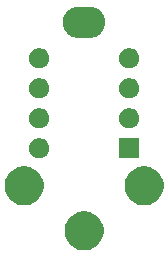
<source format=gbr>
G04 #@! TF.GenerationSoftware,KiCad,Pcbnew,(5.1.5)-3*
G04 #@! TF.CreationDate,2020-03-17T17:19:56+01:00*
G04 #@! TF.ProjectId,Capteur_Hall_I2C,43617074-6575-4725-9f48-616c6c5f4932,0.1*
G04 #@! TF.SameCoordinates,Original*
G04 #@! TF.FileFunction,Soldermask,Bot*
G04 #@! TF.FilePolarity,Negative*
%FSLAX46Y46*%
G04 Gerber Fmt 4.6, Leading zero omitted, Abs format (unit mm)*
G04 Created by KiCad (PCBNEW (5.1.5)-3) date 2020-03-17 17:19:56*
%MOMM*%
%LPD*%
G04 APERTURE LIST*
%ADD10C,0.100000*%
G04 APERTURE END LIST*
D10*
G36*
X152775256Y-110151298D02*
G01*
X152881579Y-110172447D01*
X153182042Y-110296903D01*
X153452451Y-110477585D01*
X153682415Y-110707549D01*
X153863097Y-110977958D01*
X153987553Y-111278421D01*
X154051000Y-111597391D01*
X154051000Y-111922609D01*
X153987553Y-112241579D01*
X153863097Y-112542042D01*
X153682415Y-112812451D01*
X153452451Y-113042415D01*
X153182042Y-113223097D01*
X152881579Y-113347553D01*
X152775256Y-113368702D01*
X152562611Y-113411000D01*
X152237389Y-113411000D01*
X152024744Y-113368702D01*
X151918421Y-113347553D01*
X151617958Y-113223097D01*
X151347549Y-113042415D01*
X151117585Y-112812451D01*
X150936903Y-112542042D01*
X150812447Y-112241579D01*
X150749000Y-111922609D01*
X150749000Y-111597391D01*
X150812447Y-111278421D01*
X150936903Y-110977958D01*
X151117585Y-110707549D01*
X151347549Y-110477585D01*
X151617958Y-110296903D01*
X151918421Y-110172447D01*
X152024744Y-110151298D01*
X152237389Y-110109000D01*
X152562611Y-110109000D01*
X152775256Y-110151298D01*
G37*
G36*
X157855256Y-106341298D02*
G01*
X157961579Y-106362447D01*
X158262042Y-106486903D01*
X158532451Y-106667585D01*
X158762415Y-106897549D01*
X158943097Y-107167958D01*
X159067553Y-107468421D01*
X159131000Y-107787391D01*
X159131000Y-108112609D01*
X159067553Y-108431579D01*
X158943097Y-108732042D01*
X158762415Y-109002451D01*
X158532451Y-109232415D01*
X158262042Y-109413097D01*
X157961579Y-109537553D01*
X157855256Y-109558702D01*
X157642611Y-109601000D01*
X157317389Y-109601000D01*
X157104744Y-109558702D01*
X156998421Y-109537553D01*
X156697958Y-109413097D01*
X156427549Y-109232415D01*
X156197585Y-109002451D01*
X156016903Y-108732042D01*
X155892447Y-108431579D01*
X155829000Y-108112609D01*
X155829000Y-107787391D01*
X155892447Y-107468421D01*
X156016903Y-107167958D01*
X156197585Y-106897549D01*
X156427549Y-106667585D01*
X156697958Y-106486903D01*
X156998421Y-106362447D01*
X157104744Y-106341298D01*
X157317389Y-106299000D01*
X157642611Y-106299000D01*
X157855256Y-106341298D01*
G37*
G36*
X147695256Y-106341298D02*
G01*
X147801579Y-106362447D01*
X148102042Y-106486903D01*
X148372451Y-106667585D01*
X148602415Y-106897549D01*
X148783097Y-107167958D01*
X148907553Y-107468421D01*
X148971000Y-107787391D01*
X148971000Y-108112609D01*
X148907553Y-108431579D01*
X148783097Y-108732042D01*
X148602415Y-109002451D01*
X148372451Y-109232415D01*
X148102042Y-109413097D01*
X147801579Y-109537553D01*
X147695256Y-109558702D01*
X147482611Y-109601000D01*
X147157389Y-109601000D01*
X146944744Y-109558702D01*
X146838421Y-109537553D01*
X146537958Y-109413097D01*
X146267549Y-109232415D01*
X146037585Y-109002451D01*
X145856903Y-108732042D01*
X145732447Y-108431579D01*
X145669000Y-108112609D01*
X145669000Y-107787391D01*
X145732447Y-107468421D01*
X145856903Y-107167958D01*
X146037585Y-106897549D01*
X146267549Y-106667585D01*
X146537958Y-106486903D01*
X146838421Y-106362447D01*
X146944744Y-106341298D01*
X147157389Y-106299000D01*
X147482611Y-106299000D01*
X147695256Y-106341298D01*
G37*
G36*
X148838228Y-103956703D02*
G01*
X148993100Y-104020853D01*
X149132481Y-104113985D01*
X149251015Y-104232519D01*
X149344147Y-104371900D01*
X149408297Y-104526772D01*
X149441000Y-104691184D01*
X149441000Y-104858816D01*
X149408297Y-105023228D01*
X149344147Y-105178100D01*
X149251015Y-105317481D01*
X149132481Y-105436015D01*
X148993100Y-105529147D01*
X148838228Y-105593297D01*
X148673816Y-105626000D01*
X148506184Y-105626000D01*
X148341772Y-105593297D01*
X148186900Y-105529147D01*
X148047519Y-105436015D01*
X147928985Y-105317481D01*
X147835853Y-105178100D01*
X147771703Y-105023228D01*
X147739000Y-104858816D01*
X147739000Y-104691184D01*
X147771703Y-104526772D01*
X147835853Y-104371900D01*
X147928985Y-104232519D01*
X148047519Y-104113985D01*
X148186900Y-104020853D01*
X148341772Y-103956703D01*
X148506184Y-103924000D01*
X148673816Y-103924000D01*
X148838228Y-103956703D01*
G37*
G36*
X157061000Y-105626000D02*
G01*
X155359000Y-105626000D01*
X155359000Y-103924000D01*
X157061000Y-103924000D01*
X157061000Y-105626000D01*
G37*
G36*
X148838228Y-101416703D02*
G01*
X148993100Y-101480853D01*
X149132481Y-101573985D01*
X149251015Y-101692519D01*
X149344147Y-101831900D01*
X149408297Y-101986772D01*
X149441000Y-102151184D01*
X149441000Y-102318816D01*
X149408297Y-102483228D01*
X149344147Y-102638100D01*
X149251015Y-102777481D01*
X149132481Y-102896015D01*
X148993100Y-102989147D01*
X148838228Y-103053297D01*
X148673816Y-103086000D01*
X148506184Y-103086000D01*
X148341772Y-103053297D01*
X148186900Y-102989147D01*
X148047519Y-102896015D01*
X147928985Y-102777481D01*
X147835853Y-102638100D01*
X147771703Y-102483228D01*
X147739000Y-102318816D01*
X147739000Y-102151184D01*
X147771703Y-101986772D01*
X147835853Y-101831900D01*
X147928985Y-101692519D01*
X148047519Y-101573985D01*
X148186900Y-101480853D01*
X148341772Y-101416703D01*
X148506184Y-101384000D01*
X148673816Y-101384000D01*
X148838228Y-101416703D01*
G37*
G36*
X156458228Y-101416703D02*
G01*
X156613100Y-101480853D01*
X156752481Y-101573985D01*
X156871015Y-101692519D01*
X156964147Y-101831900D01*
X157028297Y-101986772D01*
X157061000Y-102151184D01*
X157061000Y-102318816D01*
X157028297Y-102483228D01*
X156964147Y-102638100D01*
X156871015Y-102777481D01*
X156752481Y-102896015D01*
X156613100Y-102989147D01*
X156458228Y-103053297D01*
X156293816Y-103086000D01*
X156126184Y-103086000D01*
X155961772Y-103053297D01*
X155806900Y-102989147D01*
X155667519Y-102896015D01*
X155548985Y-102777481D01*
X155455853Y-102638100D01*
X155391703Y-102483228D01*
X155359000Y-102318816D01*
X155359000Y-102151184D01*
X155391703Y-101986772D01*
X155455853Y-101831900D01*
X155548985Y-101692519D01*
X155667519Y-101573985D01*
X155806900Y-101480853D01*
X155961772Y-101416703D01*
X156126184Y-101384000D01*
X156293816Y-101384000D01*
X156458228Y-101416703D01*
G37*
G36*
X148838228Y-98876703D02*
G01*
X148993100Y-98940853D01*
X149132481Y-99033985D01*
X149251015Y-99152519D01*
X149344147Y-99291900D01*
X149408297Y-99446772D01*
X149441000Y-99611184D01*
X149441000Y-99778816D01*
X149408297Y-99943228D01*
X149344147Y-100098100D01*
X149251015Y-100237481D01*
X149132481Y-100356015D01*
X148993100Y-100449147D01*
X148838228Y-100513297D01*
X148673816Y-100546000D01*
X148506184Y-100546000D01*
X148341772Y-100513297D01*
X148186900Y-100449147D01*
X148047519Y-100356015D01*
X147928985Y-100237481D01*
X147835853Y-100098100D01*
X147771703Y-99943228D01*
X147739000Y-99778816D01*
X147739000Y-99611184D01*
X147771703Y-99446772D01*
X147835853Y-99291900D01*
X147928985Y-99152519D01*
X148047519Y-99033985D01*
X148186900Y-98940853D01*
X148341772Y-98876703D01*
X148506184Y-98844000D01*
X148673816Y-98844000D01*
X148838228Y-98876703D01*
G37*
G36*
X156458228Y-98876703D02*
G01*
X156613100Y-98940853D01*
X156752481Y-99033985D01*
X156871015Y-99152519D01*
X156964147Y-99291900D01*
X157028297Y-99446772D01*
X157061000Y-99611184D01*
X157061000Y-99778816D01*
X157028297Y-99943228D01*
X156964147Y-100098100D01*
X156871015Y-100237481D01*
X156752481Y-100356015D01*
X156613100Y-100449147D01*
X156458228Y-100513297D01*
X156293816Y-100546000D01*
X156126184Y-100546000D01*
X155961772Y-100513297D01*
X155806900Y-100449147D01*
X155667519Y-100356015D01*
X155548985Y-100237481D01*
X155455853Y-100098100D01*
X155391703Y-99943228D01*
X155359000Y-99778816D01*
X155359000Y-99611184D01*
X155391703Y-99446772D01*
X155455853Y-99291900D01*
X155548985Y-99152519D01*
X155667519Y-99033985D01*
X155806900Y-98940853D01*
X155961772Y-98876703D01*
X156126184Y-98844000D01*
X156293816Y-98844000D01*
X156458228Y-98876703D01*
G37*
G36*
X148838228Y-96336703D02*
G01*
X148993100Y-96400853D01*
X149132481Y-96493985D01*
X149251015Y-96612519D01*
X149344147Y-96751900D01*
X149408297Y-96906772D01*
X149441000Y-97071184D01*
X149441000Y-97238816D01*
X149408297Y-97403228D01*
X149344147Y-97558100D01*
X149251015Y-97697481D01*
X149132481Y-97816015D01*
X148993100Y-97909147D01*
X148838228Y-97973297D01*
X148673816Y-98006000D01*
X148506184Y-98006000D01*
X148341772Y-97973297D01*
X148186900Y-97909147D01*
X148047519Y-97816015D01*
X147928985Y-97697481D01*
X147835853Y-97558100D01*
X147771703Y-97403228D01*
X147739000Y-97238816D01*
X147739000Y-97071184D01*
X147771703Y-96906772D01*
X147835853Y-96751900D01*
X147928985Y-96612519D01*
X148047519Y-96493985D01*
X148186900Y-96400853D01*
X148341772Y-96336703D01*
X148506184Y-96304000D01*
X148673816Y-96304000D01*
X148838228Y-96336703D01*
G37*
G36*
X156458228Y-96336703D02*
G01*
X156613100Y-96400853D01*
X156752481Y-96493985D01*
X156871015Y-96612519D01*
X156964147Y-96751900D01*
X157028297Y-96906772D01*
X157061000Y-97071184D01*
X157061000Y-97238816D01*
X157028297Y-97403228D01*
X156964147Y-97558100D01*
X156871015Y-97697481D01*
X156752481Y-97816015D01*
X156613100Y-97909147D01*
X156458228Y-97973297D01*
X156293816Y-98006000D01*
X156126184Y-98006000D01*
X155961772Y-97973297D01*
X155806900Y-97909147D01*
X155667519Y-97816015D01*
X155548985Y-97697481D01*
X155455853Y-97558100D01*
X155391703Y-97403228D01*
X155359000Y-97238816D01*
X155359000Y-97071184D01*
X155391703Y-96906772D01*
X155455853Y-96751900D01*
X155548985Y-96612519D01*
X155667519Y-96493985D01*
X155806900Y-96400853D01*
X155961772Y-96336703D01*
X156126184Y-96304000D01*
X156293816Y-96304000D01*
X156458228Y-96336703D01*
G37*
G36*
X153059473Y-92815413D02*
G01*
X153155040Y-92824825D01*
X153400280Y-92899218D01*
X153626294Y-93020025D01*
X153677899Y-93062376D01*
X153824397Y-93182603D01*
X153944624Y-93329101D01*
X153986975Y-93380706D01*
X154107782Y-93606720D01*
X154182175Y-93851960D01*
X154207294Y-94107000D01*
X154182175Y-94362040D01*
X154107782Y-94607280D01*
X153986975Y-94833294D01*
X153944624Y-94884899D01*
X153824397Y-95031397D01*
X153677899Y-95151624D01*
X153626294Y-95193975D01*
X153400280Y-95314782D01*
X153155040Y-95389175D01*
X153059473Y-95398587D01*
X152963906Y-95408000D01*
X151836094Y-95408000D01*
X151740527Y-95398587D01*
X151644960Y-95389175D01*
X151399720Y-95314782D01*
X151173706Y-95193975D01*
X151122101Y-95151624D01*
X150975603Y-95031397D01*
X150855376Y-94884899D01*
X150813025Y-94833294D01*
X150692218Y-94607280D01*
X150617825Y-94362040D01*
X150592706Y-94107000D01*
X150617825Y-93851960D01*
X150692218Y-93606720D01*
X150813025Y-93380706D01*
X150855376Y-93329101D01*
X150975603Y-93182603D01*
X151122101Y-93062376D01*
X151173706Y-93020025D01*
X151399720Y-92899218D01*
X151644960Y-92824825D01*
X151740527Y-92815413D01*
X151836094Y-92806000D01*
X152963906Y-92806000D01*
X153059473Y-92815413D01*
G37*
M02*

</source>
